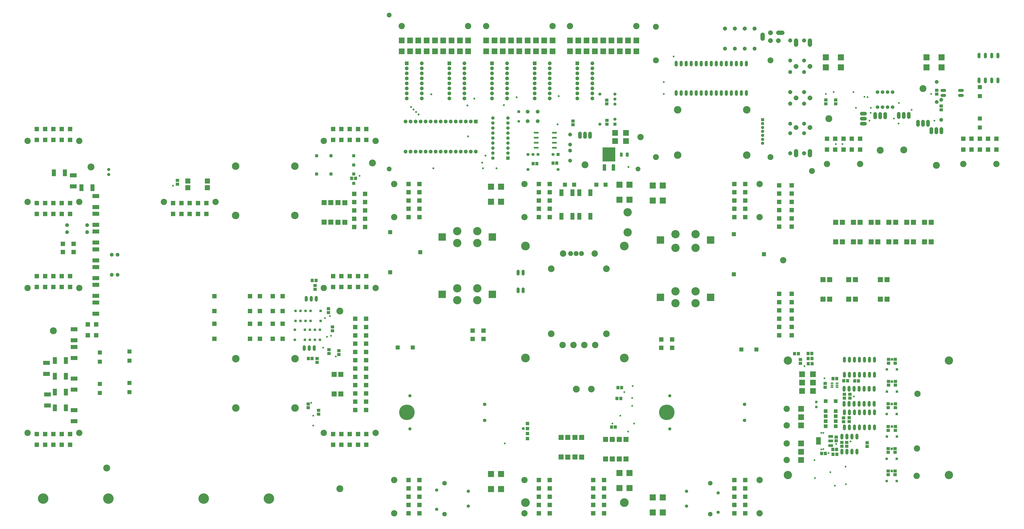
<source format=gbs>
%MOIN*%
%OFA0B0*%
%FSLAX34Y34*%
%IPPOS*%
%LPD*%
%AMOC8*
5,1,8,0,0,$1,112.5*%
%AMOC80*
5,1,8,0,0,$1,-67.5*%
%AMOC81*
5,1,8,0,0,$1,-67.5*%
%AMOC80*
5,1,8,0,0,$1,22.5*%
%AMOC81*
5,1,8,0,0,$1,112.5*%
%AMOC80*
5,1,8,0,0,$1,22.5*%
%AMOC81*
5,1,8,0,0,$1,22.5*%
%AMOC80*
5,1,8,0,0,$1,-67.5*%
%AMOC81*
5,1,8,0,0,$1,-67.5*%
%ADD10C,0.068*%
%ADD11C,0.063*%
%ADD12C,0.308*%
%ADD13R,0.090677165354330708X0.090677165354330708*%
%ADD14C,0.12611023622047243*%
%ADD15C,0.065086614173228349*%
%ADD16C,0.090677165354330708*%
%ADD17C,0.0642992125984252*%
%ADD18R,0.083X0.083*%
%ADD19R,0.12050000000000001X0.12050000000000001*%
%ADD20C,0.16548031496062993*%
%ADD21R,0.148X0.148*%
%ADD32C,0.068*%
%ADD33C,0.063*%
%ADD34C,0.308*%
%ADD35R,0.090677165354330708X0.090677165354330708*%
%ADD36C,0.12611023622047243*%
%ADD37C,0.065086614173228349*%
%ADD38C,0.090677165354330708*%
%ADD39C,0.0642992125984252*%
%ADD40R,0.083X0.083*%
%ADD41R,0.12050000000000001X0.12050000000000001*%
%ADD42C,0.16548031496062993*%
%ADD43R,0.148X0.148*%
%ADD44C,0.037779527559055122*%
%ADD45C,0.16548031496062993*%
%ADD46C,0.132*%
%ADD47P,0.1428754724409449X8X202.5*%
%ADD48R,0.059181102362204731X0.06705511811023622*%
%ADD49R,0.051181102362204731X0.059055118110236227*%
%ADD50C,0.097763779527559061*%
%ADD51C,0.12788188976377954*%
%ADD52R,0.10248818897637797X0.10248818897637797*%
%ADD53C,0.060000000000000005*%
%ADD54R,0.090677165354330708X0.090677165354330708*%
%ADD55C,0.12611023622047243*%
%ADD56C,0.133*%
%ADD57R,0.12050000000000001X0.12050000000000001*%
%ADD58R,0.070007874015748039X0.070007874015748039*%
%ADD59C,0.057212598425196853*%
%ADD60C,0.17335433070866144*%
%ADD61R,0.0847716535433071X0.0847716535433071*%
%ADD62R,0.078866141732283471X0.13398425196850394*%
%ADD63R,0.070866141732283464X0.12598425196850396*%
%ADD64C,0.037779527559055122*%
%ADD65C,0.072000000000000008*%
%ADD66R,0.06705511811023622X0.059181102362204731*%
%ADD67R,0.059055118110236227X0.051181102362204731*%
%ADD68C,0.074*%
%ADD69C,0.074*%
%ADD70C,0.138*%
%ADD71C,0.060000000000000005*%
%ADD72R,0.090677165354330708X0.090677165354330708*%
%ADD73C,0.12611023622047243*%
%ADD74R,0.12050000000000001X0.12050000000000001*%
%ADD75R,0.0847716535433071X0.0847716535433071*%
%ADD76C,0.037779527559055122*%
%ADD77C,0.20800000000000002*%
%ADD78R,0.090677165354330708X0.090677165354330708*%
%ADD79C,0.12611023622047243*%
%ADD80R,0.06705511811023622X0.059181102362204731*%
%ADD81R,0.059055118110236227X0.051181102362204731*%
%ADD82R,0.086740157480314953X0.086740157480314953*%
%ADD83R,0.051622047244094485X0.051622047244094485*%
%ADD84R,0.059181102362204731X0.06705511811023622*%
%ADD85R,0.051181102362204731X0.059055118110236227*%
%ADD86R,0.10248818897637797X0.10248818897637797*%
%ADD87R,0.063433070866141736X0.063433070866141736*%
%ADD88R,0.070992125984251975X0.059181102362204731*%
%ADD89R,0.062992125984251982X0.051181102362204731*%
%ADD90R,0.059181102362204731X0.070992125984251975*%
%ADD91R,0.051181102362204731X0.062992125984251982*%
%ADD92C,0.060000000000000005*%
%ADD93R,0.13398425196850394X0.078866141732283471*%
%ADD94R,0.12598425196850396X0.070866141732283464*%
%ADD95R,0.078866141732283471X0.13398425196850394*%
%ADD96R,0.070866141732283464X0.12598425196850396*%
%ADD97C,0.13792125984251968*%
%ADD98C,0.14973228346456693*%
%ADD99R,0.0847716535433071X0.0847716535433071*%
%ADD100C,0.074*%
%ADD101P,0.064943385826771657X8X112.5*%
%ADD102C,0.037779527559055122*%
%ADD103C,0.16548031496062993*%
%ADD104R,0.051622047244094485X0.051622047244094485*%
%ADD105R,0.059181102362204731X0.070992125984251975*%
%ADD106R,0.051181102362204731X0.062992125984251982*%
%ADD107C,0.12611023622047243*%
%ADD108R,0.070992125984251975X0.059181102362204731*%
%ADD109R,0.062992125984251982X0.051181102362204731*%
%ADD110R,0.072960629921259845X0.072960629921259845*%
%ADD111R,0.06705511811023622X0.059181102362204731*%
%ADD112R,0.059055118110236227X0.051181102362204731*%
%ADD113R,0.057212598425196853X0.031622047244094488*%
%ADD114R,0.049212598425196853X0.023622047244094488*%
%ADD115C,0.060000000000000005*%
%ADD116R,0.096000000000000016X0.056000000000000008*%
%ADD117R,0.088X0.048000000000000008*%
%ADD118R,0.094614173228346463X0.14973228346456693*%
%ADD119R,0.086614173228346469X0.14173228346456693*%
%ADD120R,0.059181102362204731X0.06705511811023622*%
%ADD121R,0.051181102362204731X0.059055118110236227*%
%ADD122R,0.11429921259842521X0.11429921259842521*%
%ADD123R,0.047685039370078744X0.047685039370078744*%
%ADD124C,0.037779527559055122*%
%ADD125C,0.096582677165354333*%
%ADD126P,0.076849685039370091X8X292.5*%
%ADD127P,0.076849685039370091X8X112.5*%
%ADD128C,0.074*%
%ADD129C,0.138*%
%ADD130R,0.074X0.074*%
%ADD131C,0.074*%
%ADD132R,0.074929133858267716X0.074929133858267716*%
%ADD133C,0.074929133858267716*%
%ADD134R,0.067X0.067*%
%ADD135C,0.067*%
%ADD136P,0.076849685039370091X8X202.5*%
%ADD137R,0.052803149606299213X0.052803149606299213*%
%ADD138C,0.052803149606299213*%
%ADD139R,0.25406299212598427X0.28359055118110238*%
%ADD140R,0.24606299212598426X0.27559055118110237*%
%ADD141R,0.06705511811023622X0.12611023622047243*%
%ADD142R,0.059055118110236227X0.11811023622047245*%
%ADD143C,0.01988779527559055*%
%ADD144C,0.011811023622047244*%
%ADD145R,0.093000000000000013X0.032*%
%ADD146R,0.084999999999999992X0.024000000000000004*%
%ADD147R,0.06705511811023622X0.059181102362204731*%
%ADD148R,0.059055118110236227X0.051181102362204731*%
%ADD149R,0.059181102362204731X0.06705511811023622*%
%ADD150R,0.051181102362204731X0.059055118110236227*%
%ADD151C,0.12611023622047243*%
%ADD152R,0.11429921259842521X0.11429921259842521*%
%ADD153R,0.060283464566929131X0.060283464566929131*%
%ADD154C,0.060283464566929131*%
%ADD155C,0.039748031496063*%
%ADD156C,0.060000000000000005*%
%ADD157C,0.11823622047244095*%
%ADD158R,0.064X0.064*%
%ADD159C,0.064*%
%ADD160C,0.14973228346456693*%
%ADD161C,0.078000000000000014*%
%ADD162P,0.084426417322834652X8X292.5*%
%ADD163P,0.084426417322834652X8X112.5*%
%ADD164C,0.086000000000000007*%
%ADD165P,0.10066228346456693X8X292.5*%
%ADD166C,0.037779527559055122*%
%ADD167C,0.12611023622047243*%
%ADD168R,0.086740157480314953X0.086740157480314953*%
%ADD169R,0.10248818897637797X0.10248818897637797*%
G75*
G01*
D10*
X0148818Y0000000D02*
X0143665Y0019561D03*
X0143665Y0022761D03*
D11*
X0128765Y0017861D03*
X0128765Y0024461D03*
D12*
X0128165Y0021161D03*
D13*
X0143783Y0007637D03*
X0143783Y0005984D03*
X0143783Y0004330D03*
X0143783Y0002677D03*
X0143783Y0001023D03*
X0141618Y0002677D03*
X0141618Y0001023D03*
X0141618Y0004330D03*
X0141618Y0005984D03*
X0141618Y0007637D03*
D14*
X0146657Y0007637D03*
X0146657Y0001023D03*
D15*
X0132086Y0005413D03*
X0132086Y0002460D03*
D16*
X0136811Y0007027D03*
X0136811Y0000846D03*
D17*
X0138385Y0005070D03*
X0138385Y0001228D03*
D13*
X0129232Y0035669D03*
X0129232Y0034015D03*
X0127066Y0034015D03*
X0127066Y0035669D03*
D18*
X0141535Y0056692D03*
X0141535Y0048692D03*
X0147535Y0052692D03*
X0146035Y0033692D03*
X0143035Y0033692D03*
D13*
X0143783Y0066692D03*
X0143783Y0065039D03*
X0143783Y0063385D03*
X0143783Y0061732D03*
X0143783Y0060078D03*
X0141618Y0061732D03*
X0141618Y0060078D03*
X0141618Y0063385D03*
X0141618Y0065039D03*
X0141618Y0066692D03*
D14*
X0146657Y0066692D03*
X0146657Y0060078D03*
D19*
X0125362Y0001181D03*
X0125362Y0004181D03*
X0127362Y0004181D03*
X0127362Y0001181D03*
X0125362Y0063385D03*
X0125362Y0066385D03*
X0127362Y0066385D03*
X0127362Y0063385D03*
D20*
X0133889Y0056692D03*
X0129889Y0056692D03*
X0129889Y0042913D03*
X0133889Y0042913D03*
D21*
X0126889Y0044094D03*
X0136889Y0044094D03*
X0136889Y0055511D03*
X0126889Y0055511D03*
D20*
X0133889Y0053937D03*
X0129889Y0053937D03*
X0129889Y0045275D03*
X0133889Y0045275D03*
G04 next file*
G04 EAGLE Gerber RS-274X export*
G75*
G01*
D32*
X0071653Y0067716D02*
X0091846Y0019561D03*
X0091846Y0022761D03*
D33*
X0076946Y0017861D03*
X0076946Y0024461D03*
D34*
X0076346Y0021161D03*
D35*
X0076688Y0001023D03*
X0076688Y0002677D03*
X0076688Y0004330D03*
X0076688Y0005984D03*
X0076688Y0007637D03*
X0078854Y0005984D03*
X0078854Y0007637D03*
X0078854Y0004330D03*
X0078854Y0002677D03*
X0078854Y0001023D03*
D36*
X0073814Y0001023D03*
X0073814Y0007637D03*
D37*
X0088582Y0002460D03*
X0088582Y0005413D03*
D38*
X0083858Y0007027D03*
X0083858Y0000846D03*
D39*
X0082283Y0005661D03*
X0082283Y0001818D03*
D35*
X0089468Y0035787D03*
X0089468Y0037440D03*
X0091633Y0037440D03*
X0091633Y0035787D03*
D40*
X0073031Y0057086D03*
X0073031Y0049086D03*
X0079031Y0053086D03*
X0077531Y0034086D03*
X0074531Y0034086D03*
D35*
X0076688Y0060078D03*
X0076688Y0061732D03*
X0076688Y0063385D03*
X0076688Y0065039D03*
X0076688Y0066692D03*
X0078854Y0065039D03*
X0078854Y0066692D03*
X0078854Y0063385D03*
X0078854Y0061732D03*
X0078854Y0060078D03*
D36*
X0073814Y0060078D03*
X0073814Y0066692D03*
D41*
X0095110Y0066141D03*
X0095110Y0063141D03*
X0093110Y0063141D03*
X0093110Y0066141D03*
X0095110Y0008858D03*
X0095110Y0005858D03*
X0093110Y0005858D03*
X0093110Y0008858D03*
D42*
X0086385Y0045866D03*
X0090385Y0045866D03*
X0090385Y0054921D03*
X0086385Y0054921D03*
D43*
X0093385Y0044685D03*
X0083385Y0044685D03*
X0083385Y0056102D03*
X0093385Y0056102D03*
D42*
X0086385Y0043503D03*
X0090385Y0043503D03*
X0090385Y0057283D03*
X0086385Y0057283D03*
D44*
X0095866Y0014960D03*
G04 next file*
G04 EAGLE Gerber RS-274X export*
G75*
G01*
D45*
X0097637Y0067716D02*
X0120374Y0061055D03*
X0120374Y0057055D03*
D46*
X0113114Y0025787D03*
D47*
X0110114Y0025787D03*
D48*
X0117893Y0018208D03*
D49*
X0117893Y0018208D03*
D48*
X0117145Y0018208D03*
D49*
X0117145Y0018208D03*
D50*
X0110086Y0052830D03*
X0109003Y0052830D03*
D51*
X0113779Y0052830D03*
X0107480Y0052830D03*
X0113877Y0034570D03*
X0109547Y0034570D03*
X0111712Y0034570D03*
X0107381Y0034570D03*
D50*
X0111173Y0052830D03*
D48*
X0118228Y0023917D03*
D49*
X0118228Y0023917D03*
D48*
X0118976Y0023917D03*
D49*
X0118976Y0023917D03*
D52*
X0108425Y0016141D03*
X0107086Y0016141D03*
X0108425Y0012228D03*
X0107086Y0012236D03*
X0111181Y0016141D03*
X0109842Y0016141D03*
X0111181Y0012228D03*
X0109842Y0012236D03*
X0117283Y0015748D03*
X0115944Y0015748D03*
X0117283Y0011834D03*
X0115944Y0011842D03*
X0120039Y0015748D03*
X0118700Y0015748D03*
X0120039Y0011834D03*
X0118700Y0011842D03*
D53*
X0099515Y0048744D02*
X0099515Y0049264D01*
X0098515Y0049264D02*
X0098515Y0048744D01*
X0098515Y0045744D02*
X0098515Y0045224D01*
X0099515Y0045224D02*
X0099515Y0045744D01*
D48*
X0118425Y0026082D03*
D49*
X0118425Y0026082D03*
D48*
X0119173Y0026082D03*
D49*
X0119173Y0026082D03*
D54*
X0115649Y0007637D03*
X0115649Y0005984D03*
X0115649Y0004330D03*
X0115649Y0002677D03*
X0115649Y0001023D03*
X0113484Y0002677D03*
X0113484Y0001023D03*
X0113484Y0004330D03*
X0113484Y0005984D03*
X0113484Y0007637D03*
X0102673Y0060078D03*
X0102673Y0061732D03*
X0102673Y0063385D03*
X0102673Y0065039D03*
X0102673Y0066692D03*
X0104838Y0065039D03*
X0104838Y0066692D03*
X0104838Y0063385D03*
X0104838Y0061732D03*
X0104838Y0060078D03*
D55*
X0099799Y0060078D03*
X0099799Y0066692D03*
D54*
X0102673Y0001023D03*
X0102673Y0002677D03*
X0102673Y0004330D03*
X0102673Y0005984D03*
X0102673Y0007637D03*
X0104838Y0005984D03*
X0104838Y0007637D03*
X0104838Y0004330D03*
X0104838Y0002677D03*
X0104838Y0001023D03*
D55*
X0099799Y0001023D03*
X0099799Y0007637D03*
D56*
X0116129Y0049787D03*
X0105129Y0049787D03*
X0116129Y0036827D03*
X0105129Y0036827D03*
D57*
X0120716Y0066535D03*
X0120716Y0063535D03*
X0118716Y0063535D03*
X0118716Y0066535D03*
X0120716Y0009055D03*
X0120716Y0006055D03*
X0118716Y0006055D03*
X0118716Y0009055D03*
D58*
X0100393Y0018897D03*
X0100393Y0017897D03*
X0100393Y0016897D03*
X0100393Y0015897D03*
D59*
X0099543Y0017897D03*
D60*
X0100000Y0003149D03*
X0119685Y0003149D03*
X0119685Y0031988D03*
X0100000Y0031988D03*
X0119685Y0054330D03*
X0100000Y0054330D03*
D61*
X0107874Y0066535D03*
X0114133Y0066535D03*
X0109685Y0066535D03*
X0115944Y0066535D03*
D62*
X0107165Y0060236D03*
D63*
X0107165Y0060236D03*
D62*
X0109370Y0060236D03*
D63*
X0109370Y0060236D03*
D62*
X0110708Y0060236D03*
D63*
X0110708Y0060236D03*
D62*
X0112913Y0060236D03*
D63*
X0112913Y0060236D03*
D62*
X0112913Y0064960D03*
D63*
X0112913Y0064960D03*
D62*
X0110708Y0064960D03*
D63*
X0110708Y0064960D03*
D62*
X0109370Y0064960D03*
D63*
X0109370Y0064960D03*
D62*
X0107165Y0064960D03*
D63*
X0107165Y0064960D03*
D64*
X0121259Y0022440D03*
X0118897Y0020472D03*
X0121653Y0018897D03*
X0120472Y0017322D03*
X0117322Y0018897D03*
X0121259Y0024015D03*
X0119685Y0025196D03*
X0121366Y0026377D03*
G04 next file*
G04 EAGLE Gerber RS-274X export*
G75*
G01*
D65*
X0158661Y0068503D02*
X0170153Y0082003D03*
X0171153Y0082003D03*
X0171153Y0085003D03*
X0170153Y0085003D03*
X0172153Y0082003D03*
X0173153Y0082003D03*
X0172153Y0085003D03*
X0173153Y0085003D03*
D66*
X0182874Y0082244D03*
D67*
X0182874Y0082244D03*
D66*
X0182874Y0081496D03*
D67*
X0182874Y0081496D03*
D68*
X0181948Y0087039D03*
X0181948Y0083039D03*
X0182874Y0083496D03*
X0182874Y0079496D03*
D69*
X0182889Y0077633D02*
X0182889Y0076973D01*
X0181889Y0076973D02*
X0181889Y0077633D01*
X0180889Y0077633D02*
X0180889Y0076973D01*
D70*
X0181889Y0070403D03*
D69*
X0171705Y0079995D02*
X0171705Y0080655D01*
X0170705Y0080655D02*
X0170705Y0079995D01*
X0169705Y0079995D02*
X0169705Y0080655D01*
D70*
X0170705Y0073425D03*
D69*
X0176381Y0080034D02*
X0176381Y0080694D01*
X0175381Y0080694D02*
X0175381Y0080034D01*
X0174381Y0080034D02*
X0174381Y0080694D01*
D70*
X0175381Y0073464D03*
D69*
X0178232Y0078469D02*
X0178232Y0079129D01*
X0179232Y0079129D02*
X0179232Y0078469D01*
X0180232Y0078469D02*
X0180232Y0079129D01*
D70*
X0179232Y0085699D03*
D69*
X0167672Y0078724D02*
X0167012Y0078724D01*
X0167012Y0079724D02*
X0167672Y0079724D01*
X0167672Y0080724D02*
X0167012Y0080724D01*
D70*
X0160442Y0079724D03*
D66*
X0181968Y0084625D03*
D67*
X0181968Y0084625D03*
D66*
X0181968Y0085374D03*
D67*
X0181968Y0085374D03*
D71*
X0186539Y0084342D02*
X0187059Y0084342D01*
X0187059Y0085342D02*
X0186539Y0085342D01*
X0183539Y0085342D02*
X0183019Y0085342D01*
X0183019Y0084342D02*
X0183539Y0084342D01*
X0190393Y0092032D02*
X0190393Y0092552D01*
X0190393Y0087602D02*
X0190393Y0087082D01*
D72*
X0166692Y0073539D03*
X0165039Y0073539D03*
X0163385Y0073539D03*
X0161732Y0073539D03*
X0160078Y0073539D03*
X0161732Y0075704D03*
X0160078Y0075704D03*
X0163385Y0075704D03*
X0165039Y0075704D03*
X0166692Y0075704D03*
D73*
X0166692Y0070665D03*
X0160078Y0070665D03*
D72*
X0193858Y0073539D03*
X0192204Y0073539D03*
X0190551Y0073539D03*
X0188897Y0073539D03*
X0187244Y0073539D03*
X0188897Y0075704D03*
X0187244Y0075704D03*
X0190551Y0075704D03*
X0192204Y0075704D03*
X0193858Y0075704D03*
D73*
X0193858Y0070665D03*
X0187244Y0070665D03*
D74*
X0179921Y0091960D03*
X0182921Y0091960D03*
X0182921Y0089960D03*
X0179921Y0089960D03*
X0159842Y0091960D03*
X0162842Y0091960D03*
X0162842Y0089960D03*
X0159842Y0089960D03*
D66*
X0159842Y0082696D03*
D67*
X0159842Y0082696D03*
D66*
X0159842Y0083444D03*
D67*
X0159842Y0083444D03*
D66*
X0161811Y0082696D03*
D67*
X0161811Y0082696D03*
D66*
X0161811Y0083444D03*
D67*
X0161811Y0083444D03*
D71*
X0192913Y0092032D02*
X0192913Y0092552D01*
X0192913Y0087602D02*
X0192913Y0087082D01*
X0194173Y0092032D02*
X0194173Y0092552D01*
X0194173Y0087602D02*
X0194173Y0087082D01*
X0191653Y0092032D02*
X0191653Y0092552D01*
X0191653Y0087602D02*
X0191653Y0087082D01*
D75*
X0190551Y0077952D03*
X0190551Y0084212D03*
X0190551Y0079763D03*
X0190551Y0086023D03*
D76*
X0167559Y0084094D03*
X0180866Y0084645D03*
X0165354Y0085000D03*
X0165866Y0081889D03*
X0168818Y0081889D03*
X0168149Y0084015D03*
X0181496Y0079330D03*
X0163149Y0074645D03*
X0161850Y0074645D03*
X0173425Y0079763D03*
X0176968Y0081496D03*
X0174370Y0078740D03*
X0168543Y0079330D03*
X0168805Y0080879D03*
X0174409Y0082834D03*
X0159842Y0084645D03*
X0161417Y0085039D03*
G04 next file*
G04 EAGLE Gerber RS-274X export*
G75*
G01*
D77*
X0070866Y0000000D02*
X0048850Y0003937D03*
X0016850Y0003937D03*
X0035850Y0003937D03*
X0003850Y0003937D03*
D78*
X0009212Y0014665D03*
X0007559Y0014665D03*
X0005905Y0014665D03*
X0004251Y0014665D03*
X0002598Y0014665D03*
X0004251Y0016830D03*
X0002598Y0016830D03*
X0005905Y0016830D03*
X0007559Y0016830D03*
X0009212Y0016830D03*
D79*
X0011062Y0017051D03*
X0000748Y0017051D03*
D78*
X0068267Y0014665D03*
X0066614Y0014665D03*
X0064960Y0014665D03*
X0063307Y0014665D03*
X0061653Y0014665D03*
X0063307Y0016830D03*
X0061653Y0016830D03*
X0064960Y0016830D03*
X0066614Y0016830D03*
X0068267Y0016830D03*
D79*
X0070118Y0017051D03*
X0059803Y0017051D03*
D78*
X0002598Y0077657D03*
X0004251Y0077657D03*
X0005905Y0077657D03*
X0007559Y0077657D03*
X0009212Y0077657D03*
X0007559Y0075492D03*
X0009212Y0075492D03*
X0005905Y0075492D03*
X0004251Y0075492D03*
X0002598Y0075492D03*
D79*
X0000748Y0075271D03*
X0011062Y0075271D03*
D78*
X0061653Y0077657D03*
X0063307Y0077657D03*
X0064960Y0077657D03*
X0066614Y0077657D03*
X0068267Y0077657D03*
X0066614Y0075492D03*
X0068267Y0075492D03*
X0064960Y0075492D03*
X0063307Y0075492D03*
X0061653Y0075492D03*
D79*
X0059803Y0075271D03*
X0070118Y0075271D03*
D78*
X0002598Y0048326D03*
X0004251Y0048326D03*
X0005905Y0048326D03*
X0007559Y0048326D03*
X0009212Y0048326D03*
X0007559Y0046161D03*
X0009212Y0046161D03*
X0005905Y0046161D03*
X0004251Y0046161D03*
X0002598Y0046161D03*
D79*
X0000748Y0045940D03*
X0011062Y0045940D03*
D78*
X0061653Y0048326D03*
X0063307Y0048326D03*
X0064960Y0048326D03*
X0066614Y0048326D03*
X0068267Y0048326D03*
X0066614Y0046161D03*
X0068267Y0046161D03*
X0064960Y0046161D03*
X0063307Y0046161D03*
X0061653Y0046161D03*
D79*
X0059803Y0045940D03*
X0070118Y0045940D03*
D78*
X0009212Y0060728D03*
X0007559Y0060728D03*
X0005905Y0060728D03*
X0004251Y0060728D03*
X0002598Y0060728D03*
X0004251Y0062893D03*
X0002598Y0062893D03*
X0005905Y0062893D03*
X0007559Y0062893D03*
X0009212Y0062893D03*
D79*
X0011062Y0063114D03*
X0000748Y0063114D03*
D78*
X0036377Y0060728D03*
X0034724Y0060728D03*
X0033070Y0060728D03*
X0031417Y0060728D03*
X0029763Y0060728D03*
X0031417Y0062893D03*
X0029763Y0062893D03*
X0033070Y0062893D03*
X0034724Y0062893D03*
X0036377Y0062893D03*
D79*
X0038228Y0063114D03*
X0027913Y0063114D03*
D80*
X0056692Y0022066D03*
D81*
X0056692Y0022066D03*
D80*
X0056692Y0022814D03*
D81*
X0056692Y0022814D03*
D80*
X0030610Y0067401D03*
D81*
X0030610Y0067401D03*
D80*
X0030610Y0066653D03*
D81*
X0030610Y0066653D03*
D78*
X0066043Y0021614D03*
X0066043Y0023267D03*
X0066043Y0024921D03*
X0066043Y0026574D03*
X0066043Y0028228D03*
X0066043Y0029881D03*
X0066043Y0031535D03*
X0066043Y0033188D03*
X0066043Y0034842D03*
X0066043Y0036496D03*
X0066043Y0038149D03*
X0068208Y0021614D03*
X0068208Y0023267D03*
X0068208Y0024921D03*
X0068208Y0026574D03*
X0068208Y0028228D03*
X0068208Y0029881D03*
X0068208Y0031535D03*
X0068208Y0033188D03*
X0068208Y0034842D03*
X0068208Y0036496D03*
X0066043Y0039803D03*
X0068208Y0038149D03*
X0068208Y0039803D03*
D82*
X0037992Y0044330D03*
X0037992Y0041338D03*
X0045098Y0041338D03*
X0047066Y0041338D03*
X0045098Y0044330D03*
X0049625Y0044330D03*
X0049625Y0041338D03*
X0047066Y0044330D03*
X0051594Y0044330D03*
X0051594Y0041338D03*
X0037992Y0038818D03*
X0037992Y0035826D03*
X0045098Y0035826D03*
X0047066Y0035826D03*
X0045098Y0038818D03*
X0049625Y0038818D03*
X0049625Y0035826D03*
X0047066Y0038818D03*
X0051594Y0038818D03*
X0051594Y0035826D03*
D83*
X0059153Y0039370D03*
X0059153Y0041370D03*
X0057153Y0039370D03*
X0056153Y0039370D03*
X0055153Y0039370D03*
X0054153Y0039370D03*
X0054153Y0041370D03*
X0055153Y0041370D03*
X0056153Y0041370D03*
X0057153Y0041370D03*
X0054035Y0037598D03*
X0054035Y0035598D03*
X0056035Y0037598D03*
X0057035Y0037598D03*
X0058035Y0037598D03*
X0059035Y0037598D03*
X0059035Y0035598D03*
X0058035Y0035598D03*
X0057035Y0035598D03*
X0056035Y0035598D03*
D80*
X0058759Y0021535D03*
D81*
X0058759Y0021535D03*
D80*
X0058759Y0020787D03*
D81*
X0058759Y0020787D03*
D84*
X0065374Y0067814D03*
D85*
X0065374Y0067814D03*
D84*
X0066122Y0067814D03*
D85*
X0066122Y0067814D03*
D80*
X0060728Y0041811D03*
D81*
X0060728Y0041811D03*
D80*
X0060728Y0041062D03*
D81*
X0060728Y0041062D03*
D80*
X0061515Y0038169D03*
D81*
X0061515Y0038169D03*
D80*
X0061515Y0037421D03*
D81*
X0061515Y0037421D03*
D80*
X0060826Y0032893D03*
D81*
X0060826Y0032893D03*
D80*
X0060826Y0033641D03*
D81*
X0060826Y0033641D03*
D86*
X0061181Y0062992D03*
X0059842Y0062992D03*
X0061181Y0059078D03*
X0059842Y0059086D03*
D87*
X0065748Y0066830D03*
X0065748Y0068681D03*
X0061220Y0068681D03*
X0058346Y0068681D03*
D78*
X0012755Y0038681D03*
X0014409Y0038681D03*
X0014409Y0036515D03*
X0012755Y0036515D03*
X0065846Y0058110D03*
X0065846Y0059763D03*
X0065846Y0061417D03*
X0065846Y0063070D03*
X0065846Y0064724D03*
X0068011Y0063070D03*
X0068011Y0064724D03*
X0068011Y0061417D03*
X0068011Y0059763D03*
X0068011Y0058110D03*
D86*
X0062637Y0059055D03*
X0063976Y0059055D03*
X0062637Y0062968D03*
X0063976Y0062960D03*
X0061850Y0024803D03*
X0063188Y0024803D03*
X0061850Y0028716D03*
X0063188Y0028708D03*
D88*
X0058070Y0046437D03*
D89*
X0058070Y0046437D03*
D88*
X0058070Y0045688D03*
D89*
X0058070Y0045688D03*
D90*
X0057500Y0047440D03*
D91*
X0057500Y0047440D03*
D90*
X0058248Y0047440D03*
D91*
X0058248Y0047440D03*
D92*
X0056283Y0044051D02*
X0056283Y0043531D01*
X0058283Y0043531D02*
X0058283Y0044051D01*
X0057283Y0044051D02*
X0057283Y0043531D01*
D78*
X0009940Y0054763D03*
X0009940Y0053110D03*
X0007775Y0053110D03*
X0007775Y0054763D03*
D87*
X0065748Y0070472D03*
X0065748Y0072322D03*
X0061220Y0072322D03*
X0058346Y0072322D03*
D93*
X0014370Y0040826D03*
D94*
X0014370Y0040826D03*
D93*
X0014370Y0043031D03*
D94*
X0014370Y0043031D03*
D93*
X0014370Y0044370D03*
D94*
X0014370Y0044370D03*
D93*
X0014370Y0046574D03*
D94*
X0014370Y0046574D03*
D93*
X0014370Y0047913D03*
D94*
X0014370Y0047913D03*
D93*
X0014370Y0050118D03*
D94*
X0014370Y0050118D03*
D93*
X0014370Y0051456D03*
D94*
X0014370Y0051456D03*
D93*
X0014370Y0053661D03*
D94*
X0014370Y0053661D03*
D93*
X0014370Y0055000D03*
D94*
X0014370Y0055000D03*
D93*
X0014370Y0057204D03*
D94*
X0014370Y0057204D03*
D95*
X0005984Y0068897D03*
D96*
X0005984Y0068897D03*
D95*
X0008188Y0068897D03*
D96*
X0008188Y0068897D03*
D93*
X0009842Y0068425D03*
D94*
X0009842Y0068425D03*
D93*
X0009842Y0066220D03*
D94*
X0009842Y0066220D03*
D95*
X0011496Y0065944D03*
D96*
X0011496Y0065944D03*
D95*
X0013700Y0065944D03*
D96*
X0013700Y0065944D03*
D93*
X0014370Y0064291D03*
D94*
X0014370Y0064291D03*
D93*
X0014370Y0062086D03*
D94*
X0014370Y0062086D03*
D93*
X0014370Y0060748D03*
D94*
X0014370Y0060748D03*
D93*
X0014370Y0058543D03*
D94*
X0014370Y0058543D03*
D93*
X0010039Y0037716D03*
D94*
X0010039Y0037716D03*
D93*
X0010039Y0035511D03*
D94*
X0010039Y0035511D03*
D93*
X0010039Y0034173D03*
D94*
X0010039Y0034173D03*
D93*
X0010039Y0031968D03*
D94*
X0010039Y0031968D03*
D95*
X0008385Y0031496D03*
D96*
X0008385Y0031496D03*
D95*
X0006181Y0031496D03*
D96*
X0006181Y0031496D03*
D93*
X0004527Y0031023D03*
D94*
X0004527Y0031023D03*
D93*
X0004527Y0028818D03*
D94*
X0004527Y0028818D03*
D95*
X0006181Y0028346D03*
D96*
X0006181Y0028346D03*
D95*
X0008385Y0028346D03*
D96*
X0008385Y0028346D03*
D93*
X0010039Y0019370D03*
D94*
X0010039Y0019370D03*
D93*
X0010039Y0021574D03*
D94*
X0010039Y0021574D03*
D95*
X0008385Y0022047D03*
D96*
X0008385Y0022047D03*
D95*
X0006181Y0022047D03*
D96*
X0006181Y0022047D03*
D93*
X0004724Y0022519D03*
D94*
X0004724Y0022519D03*
D93*
X0004724Y0024724D03*
D94*
X0004724Y0024724D03*
D95*
X0006181Y0025196D03*
D96*
X0006181Y0025196D03*
D95*
X0008385Y0025196D03*
D96*
X0008385Y0025196D03*
D93*
X0010039Y0025669D03*
D94*
X0010039Y0025669D03*
D93*
X0010039Y0027874D03*
D94*
X0010039Y0027874D03*
D97*
X0069488Y0070866D03*
X0005905Y0037401D03*
X0062992Y0005905D03*
X0016535Y0010039D03*
X0013385Y0070078D03*
D98*
X0054055Y0022011D03*
X0042244Y0022011D03*
X0054055Y0031854D03*
X0042244Y0031854D03*
X0054035Y0060405D03*
X0042224Y0060405D03*
X0054035Y0070248D03*
X0042224Y0070248D03*
D97*
X0062992Y0041338D03*
D99*
X0015157Y0033070D03*
X0015157Y0026811D03*
X0015157Y0031259D03*
X0015157Y0025000D03*
X0021062Y0025196D03*
X0021062Y0031456D03*
X0021062Y0027007D03*
X0021062Y0033267D03*
D100*
X0012629Y0058464D03*
X0008629Y0058464D03*
X0012629Y0057086D03*
X0008629Y0057086D03*
X0017519Y0052590D03*
X0017519Y0048590D03*
X0018700Y0052590D03*
X0018700Y0048590D03*
D90*
X0057460Y0031889D03*
D91*
X0057460Y0031889D03*
D90*
X0056712Y0031889D03*
D91*
X0056712Y0031889D03*
D88*
X0058464Y0031122D03*
D89*
X0058464Y0031122D03*
D88*
X0058464Y0031870D03*
D89*
X0058464Y0031870D03*
D92*
X0057889Y0033704D02*
X0057889Y0034224D01*
X0055889Y0034224D02*
X0055889Y0033704D01*
X0056889Y0033704D02*
X0056889Y0034224D01*
D80*
X0062795Y0033444D03*
D81*
X0062795Y0033444D03*
D80*
X0062795Y0032696D03*
D81*
X0062795Y0032696D03*
D86*
X0032677Y0067283D03*
X0032677Y0065944D03*
X0036590Y0067283D03*
X0036582Y0065944D03*
D101*
X0016929Y0068594D03*
X0016929Y0069594D03*
D102*
X0057283Y0023031D03*
X0029724Y0066338D03*
X0057677Y0018503D03*
X0060433Y0036220D03*
X0057677Y0020472D03*
X0066929Y0068307D03*
X0060039Y0039960D03*
X0061023Y0040354D03*
X0061220Y0036417D03*
X0059645Y0034055D03*
X0062204Y0032283D03*
G04 next file*
G04 EAGLE Gerber RS-274X export*
G75*
G01*
D103*
X0149606Y0005511D02*
X0152303Y0031496D03*
X0152303Y0008661D03*
X0184389Y0031496D03*
X0184389Y0008661D03*
D104*
X0173995Y0020824D03*
X0172995Y0022824D03*
X0171995Y0020824D03*
X0174029Y0029709D03*
X0173029Y0031709D03*
X0172029Y0029709D03*
X0173979Y0007461D03*
X0172979Y0009461D03*
X0171979Y0007461D03*
X0173979Y0011888D03*
X0172979Y0013888D03*
X0171979Y0011888D03*
X0174029Y0016316D03*
X0173029Y0018316D03*
X0172029Y0016316D03*
X0174029Y0025281D03*
X0173029Y0027281D03*
X0172029Y0025281D03*
D105*
X0159772Y0012959D03*
D106*
X0159772Y0012959D03*
D105*
X0159024Y0012959D03*
D106*
X0159024Y0012959D03*
D105*
X0162006Y0013754D03*
D106*
X0162006Y0013754D03*
D105*
X0161258Y0013754D03*
D106*
X0161258Y0013754D03*
D107*
X0178135Y0024856D03*
X0178035Y0013932D03*
D105*
X0154375Y0032853D03*
D106*
X0154375Y0032853D03*
D105*
X0153627Y0032853D03*
D106*
X0153627Y0032853D03*
D105*
X0163437Y0027454D03*
D106*
X0163437Y0027454D03*
D105*
X0164185Y0027454D03*
D106*
X0164185Y0027454D03*
D108*
X0154778Y0030920D03*
D109*
X0154778Y0030920D03*
D108*
X0154778Y0031668D03*
D109*
X0154778Y0031668D03*
D105*
X0156372Y0030846D03*
D106*
X0156372Y0030846D03*
D105*
X0157120Y0030846D03*
D106*
X0157120Y0030846D03*
D108*
X0164038Y0015134D03*
D109*
X0164038Y0015134D03*
D108*
X0164038Y0014386D03*
D109*
X0164038Y0014386D03*
D108*
X0163053Y0015134D03*
D109*
X0163053Y0015134D03*
D108*
X0163053Y0014386D03*
D109*
X0163053Y0014386D03*
D110*
X0159835Y0023385D03*
X0159835Y0021385D03*
X0159835Y0020385D03*
X0159835Y0019385D03*
X0161835Y0019385D03*
X0161835Y0020385D03*
X0161835Y0021385D03*
X0161835Y0023385D03*
X0159835Y0018385D03*
X0161835Y0018385D03*
D111*
X0161937Y0016228D03*
D112*
X0161937Y0016228D03*
D111*
X0161937Y0015480D03*
D112*
X0161937Y0015480D03*
D113*
X0162078Y0026931D03*
D114*
X0162078Y0026931D03*
D113*
X0162078Y0026557D03*
D114*
X0162078Y0026557D03*
D113*
X0162078Y0026183D03*
D114*
X0162078Y0026183D03*
D113*
X0161094Y0026183D03*
D114*
X0161094Y0026183D03*
D113*
X0161094Y0026557D03*
D114*
X0161094Y0026557D03*
D113*
X0161094Y0026931D03*
D114*
X0161094Y0026931D03*
D115*
X0163548Y0028393D02*
X0163548Y0028913D01*
X0164548Y0028913D02*
X0164548Y0028393D01*
X0169548Y0028393D02*
X0169548Y0028913D01*
X0169548Y0031393D02*
X0169548Y0031913D01*
X0165548Y0028913D02*
X0165548Y0028393D01*
X0166548Y0028393D02*
X0166548Y0028913D01*
X0168548Y0028913D02*
X0168548Y0028393D01*
X0167548Y0028393D02*
X0167548Y0028913D01*
X0168548Y0031393D02*
X0168548Y0031913D01*
X0167548Y0031913D02*
X0167548Y0031393D01*
X0166548Y0031393D02*
X0166548Y0031913D01*
X0165548Y0031913D02*
X0165548Y0031393D01*
X0164548Y0031393D02*
X0164548Y0031913D01*
X0163548Y0031913D02*
X0163548Y0031393D01*
X0163498Y0023105D02*
X0163498Y0022585D01*
X0164498Y0022585D02*
X0164498Y0023105D01*
X0169498Y0023105D02*
X0169498Y0022585D01*
X0169498Y0025585D02*
X0169498Y0026105D01*
X0165498Y0023105D02*
X0165498Y0022585D01*
X0166498Y0022585D02*
X0166498Y0023105D01*
X0168498Y0023105D02*
X0168498Y0022585D01*
X0167498Y0022585D02*
X0167498Y0023105D01*
X0168498Y0025585D02*
X0168498Y0026105D01*
X0167498Y0026105D02*
X0167498Y0025585D01*
X0166498Y0025585D02*
X0166498Y0026105D01*
X0165498Y0026105D02*
X0165498Y0025585D01*
X0164498Y0025585D02*
X0164498Y0026105D01*
X0163498Y0026105D02*
X0163498Y0025585D01*
X0163050Y0013570D02*
X0163050Y0013050D01*
X0164050Y0013050D02*
X0164050Y0013570D01*
X0164050Y0016050D02*
X0164050Y0016570D01*
X0163050Y0016570D02*
X0163050Y0016050D01*
X0165049Y0013570D02*
X0165049Y0013050D01*
X0166050Y0013050D02*
X0166050Y0013570D01*
X0165049Y0016050D02*
X0165049Y0016570D01*
X0166050Y0016570D02*
X0166050Y0016050D01*
X0163548Y0017896D02*
X0163548Y0018416D01*
X0164548Y0018416D02*
X0164548Y0017896D01*
X0169548Y0017896D02*
X0169548Y0018416D01*
X0169548Y0020896D02*
X0169548Y0021416D01*
X0165548Y0018416D02*
X0165548Y0017896D01*
X0166548Y0017896D02*
X0166548Y0018416D01*
X0168548Y0018416D02*
X0168548Y0017896D01*
X0167548Y0017896D02*
X0167548Y0018416D01*
X0168548Y0020896D02*
X0168548Y0021416D01*
X0167548Y0021416D02*
X0167548Y0020896D01*
X0166548Y0020896D02*
X0166548Y0021416D01*
X0165548Y0021416D02*
X0165548Y0020896D01*
X0164548Y0020896D02*
X0164548Y0021416D01*
X0163548Y0021416D02*
X0163548Y0020896D01*
D116*
X0160826Y0016348D03*
D117*
X0160826Y0016348D03*
D116*
X0160826Y0015438D03*
D117*
X0160826Y0015438D03*
D116*
X0160826Y0014528D03*
D117*
X0160826Y0014528D03*
D118*
X0158386Y0015438D03*
D119*
X0158386Y0015438D03*
D111*
X0163379Y0020031D03*
D112*
X0163379Y0020031D03*
D111*
X0163379Y0019283D03*
D112*
X0163379Y0019283D03*
D111*
X0164540Y0020069D03*
D112*
X0164540Y0020069D03*
D111*
X0164540Y0019321D03*
D112*
X0164540Y0019321D03*
D120*
X0156333Y0031883D03*
D121*
X0156333Y0031883D03*
D120*
X0157081Y0031883D03*
D121*
X0157081Y0031883D03*
D120*
X0157061Y0032870D03*
D121*
X0157061Y0032870D03*
D120*
X0156313Y0032870D03*
D121*
X0156313Y0032870D03*
D120*
X0166358Y0027415D03*
D121*
X0166358Y0027415D03*
D120*
X0165610Y0027415D03*
D121*
X0165610Y0027415D03*
D111*
X0164656Y0024735D03*
D112*
X0164656Y0024735D03*
D111*
X0164656Y0023987D03*
D112*
X0164656Y0023987D03*
D111*
X0159730Y0026151D03*
D112*
X0159730Y0026151D03*
D111*
X0159730Y0026899D03*
D112*
X0159730Y0026899D03*
D107*
X0177974Y0008481D03*
D105*
X0162042Y0012783D03*
D106*
X0162042Y0012783D03*
D105*
X0161294Y0012783D03*
D106*
X0161294Y0012783D03*
D111*
X0163570Y0024731D03*
D112*
X0163570Y0024731D03*
D111*
X0163570Y0023983D03*
D112*
X0163570Y0023983D03*
D120*
X0162023Y0027895D03*
D121*
X0162023Y0027895D03*
D120*
X0161275Y0027895D03*
D121*
X0161275Y0027895D03*
D108*
X0172294Y0022831D03*
D109*
X0172294Y0022831D03*
D108*
X0172294Y0022083D03*
D109*
X0172294Y0022083D03*
D108*
X0173711Y0022083D03*
D109*
X0173711Y0022083D03*
D108*
X0173711Y0022831D03*
D109*
X0173711Y0022831D03*
D108*
X0173683Y0030949D03*
D109*
X0173683Y0030949D03*
D108*
X0173683Y0031697D03*
D109*
X0173683Y0031697D03*
D108*
X0172344Y0031697D03*
D109*
X0172344Y0031697D03*
D108*
X0172344Y0030949D03*
D109*
X0172344Y0030949D03*
D108*
X0172294Y0009459D03*
D109*
X0172294Y0009459D03*
D108*
X0172294Y0008711D03*
D109*
X0172294Y0008711D03*
D108*
X0173672Y0008711D03*
D109*
X0173672Y0008711D03*
D108*
X0173672Y0009459D03*
D109*
X0173672Y0009459D03*
D108*
X0172294Y0013926D03*
D109*
X0172294Y0013926D03*
D108*
X0172294Y0013178D03*
D109*
X0172294Y0013178D03*
D108*
X0173672Y0013178D03*
D109*
X0173672Y0013178D03*
D108*
X0173672Y0013926D03*
D109*
X0173672Y0013926D03*
D108*
X0172344Y0027320D03*
D109*
X0172344Y0027320D03*
D108*
X0172344Y0026572D03*
D109*
X0172344Y0026572D03*
D108*
X0173722Y0026572D03*
D109*
X0173722Y0026572D03*
D108*
X0173722Y0027320D03*
D109*
X0173722Y0027320D03*
D108*
X0172305Y0018304D03*
D109*
X0172305Y0018304D03*
D108*
X0172305Y0017556D03*
D109*
X0172305Y0017556D03*
D108*
X0173722Y0017556D03*
D109*
X0173722Y0017556D03*
D108*
X0173722Y0018304D03*
D109*
X0173722Y0018304D03*
D111*
X0168097Y0015095D03*
D112*
X0168097Y0015095D03*
D111*
X0168097Y0014347D03*
D112*
X0168097Y0014347D03*
D107*
X0152066Y0014948D03*
X0152066Y0011641D03*
D122*
X0154940Y0014948D03*
X0154940Y0013295D03*
X0154940Y0011641D03*
D107*
X0152066Y0021848D03*
X0152066Y0018541D03*
D122*
X0154940Y0021848D03*
X0154940Y0020195D03*
X0154940Y0018541D03*
X0155139Y0025424D03*
X0155139Y0027078D03*
X0155139Y0028731D03*
X0157304Y0025424D03*
X0157304Y0027078D03*
X0157304Y0028731D03*
D123*
X0157956Y0023211D03*
X0157956Y0022211D03*
D124*
X0160406Y0013011D03*
X0155606Y0030361D03*
X0157606Y0011611D03*
X0157706Y0008061D03*
X0159606Y0027961D03*
X0163806Y0010311D03*
X0163856Y0006811D03*
X0164806Y0015361D03*
X0158956Y0013761D03*
X0158956Y0017061D03*
X0160756Y0009211D03*
X0159356Y0013811D03*
X0159356Y0017061D03*
X0161656Y0006511D03*
X0165456Y0024311D03*
X0161930Y0014837D03*
G04 next file*
G04 EAGLE Gerber RS-274X export*
G75*
G01*
D125*
X0071653Y0068503D02*
X0072834Y0100393D03*
X0122440Y0069685D03*
X0072834Y0069685D03*
D126*
X0108905Y0073358D03*
X0108905Y0071358D03*
D127*
X0108885Y0074531D03*
X0108885Y0076531D03*
D128*
X0112866Y0076743D02*
X0112866Y0076083D01*
X0111866Y0076083D02*
X0111866Y0076743D01*
X0110866Y0076743D02*
X0110866Y0076083D01*
D129*
X0111866Y0070513D03*
D130*
X0076330Y0090755D03*
D131*
X0076330Y0089755D03*
X0076330Y0088755D03*
X0076330Y0087755D03*
X0076330Y0086755D03*
X0076330Y0085755D03*
X0076330Y0084755D03*
X0076330Y0083755D03*
X0079330Y0083755D03*
X0079330Y0084755D03*
X0079330Y0085755D03*
X0079330Y0086755D03*
X0079330Y0087755D03*
X0079330Y0088755D03*
X0079330Y0089755D03*
X0079330Y0090755D03*
D130*
X0084830Y0090755D03*
D131*
X0084830Y0089755D03*
X0084830Y0088755D03*
X0084830Y0087755D03*
X0084830Y0086755D03*
X0084830Y0085755D03*
X0084830Y0084755D03*
X0084830Y0083755D03*
X0087830Y0083755D03*
X0087830Y0084755D03*
X0087830Y0085755D03*
X0087830Y0086755D03*
X0087830Y0087755D03*
X0087830Y0088755D03*
X0087830Y0089755D03*
X0087830Y0090755D03*
D130*
X0093330Y0090755D03*
D131*
X0093330Y0089755D03*
X0093330Y0088755D03*
X0093330Y0087755D03*
X0093330Y0086755D03*
X0093330Y0085755D03*
X0093330Y0084755D03*
X0093330Y0083755D03*
X0096330Y0083755D03*
X0096330Y0084755D03*
X0096330Y0085755D03*
X0096330Y0086755D03*
X0096330Y0087755D03*
X0096330Y0088755D03*
X0096330Y0089755D03*
X0096330Y0090755D03*
D130*
X0101830Y0090755D03*
D131*
X0101830Y0089755D03*
X0101830Y0088755D03*
X0101830Y0087755D03*
X0101830Y0086755D03*
X0101830Y0085755D03*
X0101830Y0084755D03*
X0101830Y0083755D03*
X0104830Y0083755D03*
X0104830Y0084755D03*
X0104830Y0085755D03*
X0104830Y0086755D03*
X0104830Y0087755D03*
X0104830Y0088755D03*
X0104830Y0089755D03*
X0104830Y0090755D03*
D130*
X0110330Y0090755D03*
D131*
X0110330Y0089755D03*
X0110330Y0088755D03*
X0110330Y0087755D03*
X0110330Y0086755D03*
X0110330Y0085755D03*
X0110330Y0084755D03*
X0110330Y0083755D03*
X0113330Y0083755D03*
X0113330Y0084755D03*
X0113330Y0085755D03*
X0113330Y0086755D03*
X0113330Y0087755D03*
X0113330Y0088755D03*
X0113330Y0089755D03*
X0113330Y0090755D03*
D132*
X0090080Y0079155D03*
D133*
X0089080Y0079155D03*
X0088080Y0079155D03*
X0087080Y0079155D03*
X0086080Y0079155D03*
X0085080Y0079155D03*
X0084080Y0079155D03*
X0083080Y0079155D03*
X0082080Y0079155D03*
X0081080Y0079155D03*
X0080080Y0079155D03*
X0079080Y0079155D03*
X0078080Y0079155D03*
X0077080Y0079155D03*
X0076080Y0079155D03*
X0076080Y0073155D03*
X0077080Y0073155D03*
X0078080Y0073155D03*
X0079080Y0073155D03*
X0080080Y0073155D03*
X0081080Y0073155D03*
X0082080Y0073155D03*
X0083080Y0073155D03*
X0084080Y0073155D03*
X0085080Y0073155D03*
X0086080Y0073155D03*
X0087080Y0073155D03*
X0088080Y0073155D03*
X0089080Y0073155D03*
X0090080Y0073155D03*
D134*
X0096500Y0071840D03*
D135*
X0096500Y0072840D03*
X0096500Y0073840D03*
X0096500Y0074840D03*
X0096500Y0075840D03*
X0096500Y0076840D03*
X0096500Y0077840D03*
X0096500Y0078840D03*
X0096500Y0079840D03*
X0093500Y0079840D03*
X0093500Y0078840D03*
X0093500Y0077840D03*
X0093500Y0076840D03*
X0093500Y0075840D03*
X0093500Y0074840D03*
X0093500Y0073840D03*
X0093500Y0072840D03*
X0093500Y0071840D03*
D136*
X0102421Y0079200D03*
X0100421Y0079200D03*
X0102421Y0081129D03*
X0100421Y0081129D03*
D137*
X0098651Y0081116D03*
D138*
X0098651Y0079194D03*
D139*
X0116633Y0072572D03*
D140*
X0116633Y0072572D03*
D141*
X0117533Y0069974D03*
D142*
X0117533Y0069974D03*
D141*
X0115735Y0069974D03*
D142*
X0115735Y0069974D03*
D143*
X0118909Y0072260D02*
X0119262Y0072260D01*
X0118909Y0072260D02*
X0118909Y0072857D01*
X0119262Y0072857D01*
X0119262Y0072260D01*
X0119262Y0072449D02*
X0118909Y0072449D01*
X0118909Y0072638D02*
X0119262Y0072638D01*
X0119262Y0072827D02*
X0118909Y0072827D01*
D144*
X0118909Y0072259D02*
X0119263Y0072259D01*
X0118909Y0072259D02*
X0118909Y0072858D01*
X0119263Y0072858D01*
X0119263Y0072259D01*
X0119263Y0072372D02*
X0118909Y0072372D01*
X0118909Y0072484D02*
X0119263Y0072484D01*
X0119263Y0072596D02*
X0118909Y0072596D01*
X0118909Y0072708D02*
X0119263Y0072708D01*
X0119263Y0072820D02*
X0118909Y0072820D01*
D143*
X0120094Y0072260D02*
X0120448Y0072260D01*
X0120094Y0072260D02*
X0120094Y0072857D01*
X0120448Y0072857D01*
X0120448Y0072260D01*
X0120448Y0072449D02*
X0120094Y0072449D01*
X0120094Y0072638D02*
X0120448Y0072638D01*
X0120448Y0072827D02*
X0120094Y0072827D01*
D144*
X0120094Y0072259D02*
X0120448Y0072259D01*
X0120094Y0072259D02*
X0120094Y0072858D01*
X0120448Y0072858D01*
X0120448Y0072259D01*
X0120448Y0072372D02*
X0120094Y0072372D01*
X0120094Y0072484D02*
X0120448Y0072484D01*
X0120448Y0072596D02*
X0120094Y0072596D01*
X0120094Y0072708D02*
X0120448Y0072708D01*
X0120448Y0072820D02*
X0120094Y0072820D01*
D145*
X0102120Y0073929D03*
D146*
X0102120Y0073929D03*
D145*
X0102120Y0074929D03*
D146*
X0102120Y0074929D03*
D145*
X0102120Y0075929D03*
D146*
X0102120Y0075929D03*
D145*
X0102120Y0076929D03*
D146*
X0102120Y0076929D03*
D145*
X0105760Y0076929D03*
D146*
X0105760Y0076929D03*
D145*
X0105760Y0075929D03*
D146*
X0105760Y0075929D03*
D145*
X0105760Y0074929D03*
D146*
X0105760Y0074929D03*
D145*
X0105760Y0073929D03*
D146*
X0105760Y0073929D03*
D147*
X0109448Y0079261D03*
D148*
X0109448Y0079261D03*
D147*
X0109448Y0078513D03*
D148*
X0109448Y0078513D03*
D149*
X0106224Y0070834D03*
D150*
X0106224Y0070834D03*
D149*
X0105476Y0070834D03*
D150*
X0105476Y0070834D03*
D147*
X0116208Y0078625D03*
D148*
X0116208Y0078625D03*
D147*
X0116208Y0079374D03*
D148*
X0116208Y0079374D03*
D147*
X0116196Y0083417D03*
D148*
X0116196Y0083417D03*
D147*
X0116196Y0082669D03*
D148*
X0116196Y0082669D03*
D149*
X0101515Y0070744D03*
D150*
X0101515Y0070744D03*
D149*
X0102263Y0070744D03*
D150*
X0102263Y0070744D03*
D151*
X0075334Y0098185D03*
X0088562Y0098185D03*
D152*
X0075334Y0095311D03*
X0076988Y0095311D03*
X0078641Y0095311D03*
X0080295Y0095311D03*
X0081948Y0095311D03*
X0083602Y0095311D03*
X0085255Y0095311D03*
X0086909Y0095311D03*
X0088562Y0095311D03*
X0075334Y0093145D03*
X0076988Y0093145D03*
X0078641Y0093145D03*
X0080295Y0093145D03*
X0081948Y0093145D03*
X0083602Y0093145D03*
X0085255Y0093145D03*
X0086909Y0093145D03*
X0088562Y0093145D03*
D151*
X0092157Y0098185D03*
X0105385Y0098185D03*
D152*
X0092157Y0095311D03*
X0093811Y0095311D03*
X0095464Y0095311D03*
X0097118Y0095311D03*
X0098771Y0095311D03*
X0100425Y0095311D03*
X0102078Y0095311D03*
X0103732Y0095311D03*
X0105385Y0095311D03*
X0092157Y0093145D03*
X0093811Y0093145D03*
X0095464Y0093145D03*
X0097118Y0093145D03*
X0098771Y0093145D03*
X0100425Y0093145D03*
X0102078Y0093145D03*
X0103732Y0093145D03*
X0105385Y0093145D03*
D151*
X0108862Y0098185D03*
X0122090Y0098185D03*
D152*
X0108862Y0095311D03*
X0110515Y0095311D03*
X0112169Y0095311D03*
X0113822Y0095311D03*
X0115476Y0095311D03*
X0117129Y0095311D03*
X0118783Y0095311D03*
X0120436Y0095311D03*
X0122090Y0095311D03*
X0108862Y0093145D03*
X0110515Y0093145D03*
X0112169Y0093145D03*
X0113822Y0093145D03*
X0115476Y0093145D03*
X0117129Y0093145D03*
X0118783Y0093145D03*
X0120436Y0093145D03*
X0122090Y0093145D03*
D151*
X0122913Y0076062D03*
D152*
X0120039Y0076889D03*
X0120039Y0075236D03*
X0117874Y0076889D03*
X0117874Y0075236D03*
D153*
X0106492Y0072588D03*
D154*
X0105492Y0072588D03*
X0100492Y0072588D03*
X0101492Y0072588D03*
X0102492Y0072588D03*
X0100492Y0069584D03*
X0106492Y0069584D03*
D153*
X0117840Y0078622D03*
D154*
X0117840Y0079622D03*
X0117840Y0084622D03*
X0117840Y0083622D03*
X0117840Y0082622D03*
X0114836Y0084622D03*
X0114836Y0078622D03*
D155*
X0081224Y0084574D03*
X0089787Y0083708D03*
X0098232Y0083964D03*
X0106637Y0084220D03*
X0095692Y0082429D03*
X0088547Y0076169D03*
X0088429Y0082350D03*
X0091511Y0069816D03*
X0094216Y0069830D03*
X0081618Y0069830D03*
X0077180Y0082055D03*
X0077680Y0081555D03*
X0078180Y0081055D03*
X0078680Y0080555D03*
X0092011Y0072350D03*
X0091342Y0070933D03*
X0106381Y0078570D03*
X0120539Y0070090D03*
G04 next file*
G04 EAGLE Gerber RS-274X export*
G75*
G01*
D156*
X0144015Y0085086D02*
X0144015Y0084566D01*
X0143015Y0084566D02*
X0143015Y0085086D01*
X0142015Y0085086D02*
X0142015Y0084566D01*
X0141015Y0084566D02*
X0141015Y0085086D01*
X0140015Y0085086D02*
X0140015Y0084566D01*
X0139015Y0084566D02*
X0139015Y0085086D01*
X0138015Y0085086D02*
X0138015Y0084566D01*
X0137015Y0084566D02*
X0137015Y0085086D01*
X0136015Y0085086D02*
X0136015Y0084566D01*
X0135015Y0084566D02*
X0135015Y0085086D01*
X0134015Y0085086D02*
X0134015Y0084566D01*
X0133015Y0084566D02*
X0133015Y0085086D01*
X0132015Y0085086D02*
X0132015Y0084566D01*
X0131015Y0084566D02*
X0131015Y0085086D01*
X0130015Y0085086D02*
X0130015Y0084566D01*
X0144015Y0090440D02*
X0144015Y0090960D01*
X0143015Y0090960D02*
X0143015Y0090440D01*
X0142015Y0090440D02*
X0142015Y0090960D01*
X0141015Y0090960D02*
X0141015Y0090440D01*
X0140015Y0090440D02*
X0140015Y0090960D01*
X0139015Y0090960D02*
X0139015Y0090440D01*
X0138015Y0090440D02*
X0138015Y0090960D01*
X0137015Y0090960D02*
X0137015Y0090440D01*
X0136015Y0090440D02*
X0136015Y0090960D01*
X0135015Y0090960D02*
X0135015Y0090440D01*
X0134015Y0090440D02*
X0134015Y0090960D01*
X0133015Y0090960D02*
X0133015Y0090440D01*
X0132015Y0090440D02*
X0132015Y0090960D01*
X0131015Y0090960D02*
X0131015Y0090440D01*
X0130015Y0090440D02*
X0130015Y0090960D01*
D157*
X0125984Y0091338D03*
X0148818Y0091338D03*
X0125984Y0072047D03*
X0148818Y0072047D03*
D158*
X0147244Y0079527D03*
D159*
X0147244Y0078740D03*
X0147244Y0077952D03*
X0147244Y0077165D03*
X0147244Y0076377D03*
X0147244Y0075590D03*
X0147244Y0074803D03*
D160*
X0130314Y0072440D03*
X0144094Y0072440D03*
X0130314Y0081496D03*
X0144094Y0081496D03*
D161*
X0155511Y0089007D03*
D162*
X0155511Y0085007D03*
D161*
X0155511Y0078708D03*
D163*
X0155511Y0082708D03*
D161*
X0155511Y0076803D03*
D162*
X0155511Y0072803D03*
D161*
X0145669Y0093669D03*
D163*
X0145669Y0097669D03*
D161*
X0143700Y0093669D03*
D163*
X0143700Y0097669D03*
D161*
X0141732Y0093669D03*
D163*
X0141732Y0097669D03*
D161*
X0155511Y0091307D03*
D163*
X0155511Y0095307D03*
D161*
X0139763Y0093669D03*
D163*
X0139763Y0097669D03*
D161*
X0152755Y0091307D03*
D163*
X0152755Y0095307D03*
D161*
X0152755Y0089007D03*
D162*
X0152755Y0085007D03*
D161*
X0152755Y0078708D03*
D163*
X0152755Y0082708D03*
D161*
X0152755Y0076803D03*
D162*
X0152755Y0072803D03*
D164*
X0156692Y0094491D02*
X0156692Y0095271D01*
X0151177Y0096850D02*
X0150397Y0096850D01*
X0153937Y0095271D02*
X0153937Y0094491D01*
X0147244Y0095672D02*
X0147244Y0096452D01*
X0156692Y0073224D02*
X0156692Y0072444D01*
X0153937Y0072444D02*
X0153937Y0073224D01*
D165*
X0153937Y0077952D03*
X0153937Y0090157D03*
X0153937Y0083858D03*
X0148818Y0095275D03*
X0150393Y0095275D03*
X0148818Y0096850D03*
X0156692Y0083858D03*
X0156692Y0090157D03*
X0156692Y0077952D03*
D157*
X0125984Y0098031D03*
X0157086Y0069291D03*
D166*
X0127559Y0087007D03*
X0127559Y0084645D03*
X0129527Y0092125D03*
G04 next file*
G04 EAGLE Gerber RS-274X export*
G75*
G01*
D167*
X0149606Y0067716D02*
X0151342Y0051466D03*
D168*
X0150570Y0044765D03*
X0150570Y0043116D03*
X0150570Y0041466D03*
X0150570Y0039816D03*
X0150570Y0038167D03*
X0150570Y0036517D03*
X0153070Y0044765D03*
X0153070Y0043116D03*
X0153070Y0041466D03*
X0153070Y0039816D03*
X0153070Y0038167D03*
X0153070Y0036517D03*
X0150570Y0058167D03*
X0150570Y0059816D03*
X0150570Y0061466D03*
X0150570Y0063116D03*
X0150570Y0064765D03*
X0150570Y0066415D03*
X0153070Y0058167D03*
X0153070Y0059816D03*
X0153070Y0061466D03*
X0153070Y0063116D03*
X0153070Y0064765D03*
X0153070Y0066415D03*
D169*
X0180866Y0059055D03*
X0179527Y0059055D03*
X0180866Y0055141D03*
X0179527Y0055149D03*
X0177322Y0059055D03*
X0175984Y0059055D03*
X0177322Y0055141D03*
X0175984Y0055149D03*
X0173779Y0059055D03*
X0172440Y0059055D03*
X0173779Y0055141D03*
X0172440Y0055149D03*
X0170236Y0059055D03*
X0168897Y0059055D03*
X0170236Y0055141D03*
X0168897Y0055149D03*
X0166692Y0059055D03*
X0165354Y0059055D03*
X0166692Y0055141D03*
X0165354Y0055149D03*
X0163149Y0059055D03*
X0161811Y0059055D03*
X0163149Y0055141D03*
X0161811Y0055149D03*
X0170708Y0043700D03*
X0172047Y0043700D03*
X0170708Y0047614D03*
X0172047Y0047606D03*
X0164409Y0043700D03*
X0165748Y0043700D03*
X0164409Y0047614D03*
X0165748Y0047606D03*
X0159291Y0043700D03*
X0160629Y0043700D03*
X0159291Y0047614D03*
X0160629Y0047606D03*
M02*
</source>
